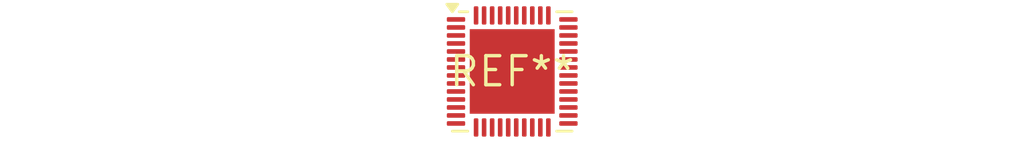
<source format=kicad_pcb>
(kicad_pcb (version 20240108) (generator pcbnew)
  (layers (0 "F.Cu" signal) (31 "B.Cu" signal) (34 "B.Paste" user) (35 "F.Paste" user) (36 "B.SilkS" user "B.Silkscreen") (37 "F.SilkS" user "F.Silkscreen") (38 "B.Mask" user) (39 "F.Mask" user) (44 "Edge.Cuts" user))
  (net 0 "")
  (footprint "QFN-48-1EP_5x5mm_P0.35mm_EP3.7x3.7mm" (layer "F.Cu") (at 0 0)
    (property "Reference" "REF**")
    (property "Value" "QFN-48-1EP_5x5mm_P0.35mm_EP3.7x3.7mm")
    (fp_line (start -1.935 -2.61) (end -2.31 -2.61) (layer "F.SilkS") (stroke (width 0.12)))
    (fp_line (start -1.935 2.61) (end -2.61 2.61) (layer "F.SilkS") (stroke (width 0.12)))
    (fp_line (start 1.935 -2.61) (end 2.61 -2.61) (layer "F.SilkS") (stroke (width 0.12)))
    (fp_line (start 1.935 2.61) (end 2.61 2.61) (layer "F.SilkS") (stroke (width 0.12)))
    (fp_poly (pts (xy -2.61 -2.61) (xy -2.85 -2.94) (xy -2.37 -2.94) (xy -2.61 -2.61)) (layer "F.SilkS") (stroke (width 0.12)) (fill solid))
    (pad "1" smd roundrect (at -2.45 -2.275) (size 0.8 0.2) (layers "F.Cu" "F.Paste" "F.Mask"))
    (pad "2" smd roundrect (at -2.45 -1.925) (size 0.8 0.2) (layers "F.Cu" "F.Paste" "F.Mask"))
    (pad "3" smd roundrect (at -2.45 -1.575) (size 0.8 0.2) (layers "F.Cu" "F.Paste" "F.Mask"))
    (pad "4" smd roundrect (at -2.45 -1.225) (size 0.8 0.2) (layers "F.Cu" "F.Paste" "F.Mask"))
    (pad "5" smd roundrect (at -2.45 -0.875) (size 0.8 0.2) (layers "F.Cu" "F.Paste" "F.Mask"))
    (pad "6" smd roundrect (at -2.45 -0.525) (size 0.8 0.2) (layers "F.Cu" "F.Paste" "F.Mask"))
    (pad "7" smd roundrect (at -2.45 -0.175) (size 0.8 0.2) (layers "F.Cu" "F.Paste" "F.Mask"))
    (pad "8" smd roundrect (at -2.45 0.175) (size 0.8 0.2) (layers "F.Cu" "F.Paste" "F.Mask"))
    (pad "9" smd roundrect (at -2.45 0.525) (size 0.8 0.2) (layers "F.Cu" "F.Paste" "F.Mask"))
    (pad "10" smd roundrect (at -2.45 0.875) (size 0.8 0.2) (layers "F.Cu" "F.Paste" "F.Mask"))
    (pad "11" smd roundrect (at -2.45 1.225) (size 0.8 0.2) (layers "F.Cu" "F.Paste" "F.Mask"))
    (pad "12" smd roundrect (at -2.45 1.575) (size 0.8 0.2) (layers "F.Cu" "F.Paste" "F.Mask"))
    (pad "13" smd roundrect (at -2.45 1.925) (size 0.8 0.2) (layers "F.Cu" "F.Paste" "F.Mask"))
    (pad "14" smd roundrect (at -2.45 2.275) (size 0.8 0.2) (layers "F.Cu" "F.Paste" "F.Mask"))
    (pad "15" smd roundrect (at -1.575 2.45) (size 0.2 0.8) (layers "F.Cu" "F.Paste" "F.Mask"))
    (pad "16" smd roundrect (at -1.225 2.45) (size 0.2 0.8) (layers "F.Cu" "F.Paste" "F.Mask"))
    (pad "17" smd roundrect (at -0.875 2.45) (size 0.2 0.8) (layers "F.Cu" "F.Paste" "F.Mask"))
    (pad "18" smd roundrect (at -0.525 2.45) (size 0.2 0.8) (layers "F.Cu" "F.Paste" "F.Mask"))
    (pad "19" smd roundrect (at -0.175 2.45) (size 0.2 0.8) (layers "F.Cu" "F.Paste" "F.Mask"))
    (pad "20" smd roundrect (at 0.175 2.45) (size 0.2 0.8) (layers "F.Cu" "F.Paste" "F.Mask"))
    (pad "21" smd roundrect (at 0.525 2.45) (size 0.2 0.8) (layers "F.Cu" "F.Paste" "F.Mask"))
    (pad "22" smd roundrect (at 0.875 2.45) (size 0.2 0.8) (layers "F.Cu" "F.Paste" "F.Mask"))
    (pad "23" smd roundrect (at 1.225 2.45) (size 0.2 0.8) (layers "F.Cu" "F.Paste" "F.Mask"))
    (pad "24" smd roundrect (at 1.575 2.45) (size 0.2 0.8) (layers "F.Cu" "F.Paste" "F.Mask"))
    (pad "25" smd roundrect (at 2.45 2.275) (size 0.8 0.2) (layers "F.Cu" "F.Paste" "F.Mask"))
    (pad "26" smd roundrect (at 2.45 1.925) (size 0.8 0.2) (layers "F.Cu" "F.Paste" "F.Mask"))
    (pad "27" smd roundrect (at 2.45 1.575) (size 0.8 0.2) (layers "F.Cu" "F.Paste" "F.Mask"))
    (pad "28" smd roundrect (at 2.45 1.225) (size 0.8 0.2) (layers "F.Cu" "F.Paste" "F.Mask"))
    (pad "29" smd roundrect (at 2.45 0.875) (size 0.8 0.2) (layers "F.Cu" "F.Paste" "F.Mask"))
    (pad "30" smd roundrect (at 2.45 0.525) (size 0.8 0.2) (layers "F.Cu" "F.Paste" "F.Mask"))
    (pad "31" smd roundrect (at 2.45 0.175) (size 0.8 0.2) (layers "F.Cu" "F.Paste" "F.Mask"))
    (pad "32" smd roundrect (at 2.45 -0.175) (size 0.8 0.2) (layers "F.Cu" "F.Paste" "F.Mask"))
    (pad "33" smd roundrect (at 2.45 -0.525) (size 0.8 0.2) (layers "F.Cu" "F.Paste" "F.Mask"))
    (pad "34" smd roundrect (at 2.45 -0.875) (size 0.8 0.2) (layers "F.Cu" "F.Paste" "F.Mask"))
    (pad "35" smd roundrect (at 2.45 -1.225) (size 0.8 0.2) (layers "F.Cu" "F.Paste" "F.Mask"))
    (pad "36" smd roundrect (at 2.45 -1.575) (size 0.8 0.2) (layers "F.Cu" "F.Paste" "F.Mask"))
    (pad "37" smd roundrect (at 2.45 -1.925) (size 0.8 0.2) (layers "F.Cu" "F.Paste" "F.Mask"))
    (pad "38" smd roundrect (at 2.45 -2.275) (size 0.8 0.2) (layers "F.Cu" "F.Paste" "F.Mask"))
    (pad "39" smd roundrect (at 1.575 -2.45) (size 0.2 0.8) (layers "F.Cu" "F.Paste" "F.Mask"))
    (pad "40" smd roundrect (at 1.225 -2.45) (size 0.2 0.8) (layers "F.Cu" "F.Paste" "F.Mask"))
    (pad "41" smd roundrect (at 0.875 -2.45) (size 0.2 0.8) (layers "F.Cu" "F.Paste" "F.Mask"))
    (pad "42" smd roundrect (at 0.525 -2.45) (size 0.2 0.8) (layers "F.Cu" "F.Paste" "F.Mask"))
    (pad "43" smd roundrect (at 0.175 -2.45) (size 0.2 0.8) (layers "F.Cu" "F.Paste" "F.Mask"))
    (pad "44" smd roundrect (at -0.175 -2.45) (size 0.2 0.8) (layers "F.Cu" "F.Paste" "F.Mask"))
    (pad "45" smd roundrect (at -0.525 -2.45) (size 0.2 0.8) (layers "F.Cu" "F.Paste" "F.Mask"))
    (pad "46" smd roundrect (at -0.875 -2.45) (size 0.2 0.8) (layers "F.Cu" "F.Paste" "F.Mask"))
    (pad "47" smd roundrect (at -1.225 -2.45) (size 0.2 0.8) (layers "F.Cu" "F.Paste" "F.Mask"))
    (pad "48" smd roundrect (at -1.575 -2.45) (size 0.2 0.8) (layers "F.Cu" "F.Paste" "F.Mask"))
    (pad "49" smd rect (at 0 0) (size 3.7 3.7) (property pad_prop_heatsink) (layers "F.Cu" "F.Mask"))
  )
)
</source>
